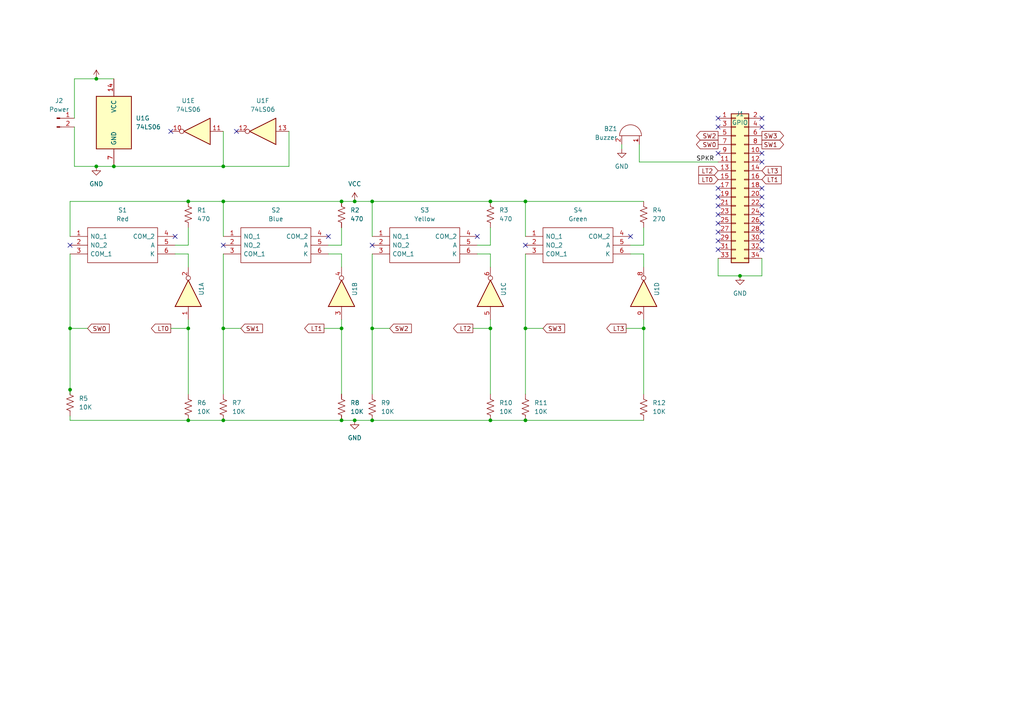
<source format=kicad_sch>
(kicad_sch (version 20230121) (generator eeschema)
  (paper "A4")
  (title_block (title "Disco Memory Game for SDK-85") (date "2023-10-22") (company "Jim Shortz"))
  (lib_symbols
    (symbol "74xx:74LS06" (pin_names (offset 1.016))
      (property "Reference" "U" (at 0 1.27 0))
      (property "Value" "74LS06" (at 0 -1.27 0))
      (symbol "74LS06_1_0"
        (polyline (pts (xy -3.81 3.81) (xy -3.81 -3.81) (xy 3.81 0) (xy -3.81 3.81)) (stroke (width 0.254)) (fill (type background)))
        (pin input line (at -7.62 0 0) (length 3.81) (name "~") (number "1"))
        (pin open_collector inverted (at 7.62 0 180) (length 3.81) (name "~") (number "2"))
      )
      (symbol "74LS06_2_0"
        (polyline (pts (xy -3.81 3.81) (xy -3.81 -3.81) (xy 3.81 0) (xy -3.81 3.81)) (stroke (width 0.254)) (fill (type background)))
        (pin input line (at -7.62 0 0) (length 3.81) (name "~") (number "3"))
        (pin open_collector inverted (at 7.62 0 180) (length 3.81) (name "~") (number "4"))
      )
      (symbol "74LS06_3_0"
        (polyline (pts (xy -3.81 3.81) (xy -3.81 -3.81) (xy 3.81 0) (xy -3.81 3.81)) (stroke (width 0.254)) (fill (type background)))
        (pin input line (at -7.62 0 0) (length 3.81) (name "~") (number "5"))
        (pin open_collector inverted (at 7.62 0 180) (length 3.81) (name "~") (number "6"))
      )
      (symbol "74LS06_4_0"
        (polyline (pts (xy -3.81 3.81) (xy -3.81 -3.81) (xy 3.81 0) (xy -3.81 3.81)) (stroke (width 0.254)) (fill (type background)))
        (pin open_collector inverted (at 7.62 0 180) (length 3.81) (name "~") (number "8"))
        (pin input line (at -7.62 0 0) (length 3.81) (name "~") (number "9"))
      )
      (symbol "74LS06_5_0"
        (polyline (pts (xy -3.81 3.81) (xy -3.81 -3.81) (xy 3.81 0) (xy -3.81 3.81)) (stroke (width 0.254)) (fill (type background)))
        (pin open_collector inverted (at 7.62 0 180) (length 3.81) (name "~") (number "10"))
        (pin input line (at -7.62 0 0) (length 3.81) (name "~") (number "11"))
      )
      (symbol "74LS06_6_0"
        (polyline (pts (xy -3.81 3.81) (xy -3.81 -3.81) (xy 3.81 0) (xy -3.81 3.81)) (stroke (width 0.254)) (fill (type background)))
        (pin open_collector inverted (at 7.62 0 180) (length 3.81) (name "~") (number "12"))
        (pin input line (at -7.62 0 0) (length 3.81) (name "~") (number "13"))
      )
      (symbol "74LS06_7_0"
        (pin power_in line (at 0 12.7 270) (length 5.08) (name "VCC") (number "14"))
        (pin power_in line (at 0 -12.7 90) (length 5.08) (name "GND") (number "7"))
      )
      (symbol "74LS06_7_1"
        (rectangle (start -5.08 7.62) (end 5.08 -7.62) (stroke (width 0.254)) (fill (type background)))
      )
    )
    (symbol "Connector:Conn_01x02_Pin" (pin_names (offset 1.016) hide)
      (property "Reference" "J" (at 0 2.54 0))
      (property "Value" "Conn_01x02_Pin" (at 0 -5.08 0))
      (symbol "Conn_01x02_Pin_1_1"
        (polyline (pts (xy 1.27 -2.54) (xy 0.8636 -2.54)) (stroke (width 0.1524)))
        (polyline (pts (xy 1.27 0) (xy 0.8636 0)) (stroke (width 0.1524)))
        (rectangle (start 0.8636 -2.413) (end 0 -2.667) (stroke (width 0.1524)) (fill (type outline)))
        (rectangle (start 0.8636 0.127) (end 0 -0.127) (stroke (width 0.1524)) (fill (type outline)))
        (pin passive line (at 5.08 0 180) (length 3.81) (name "Pin_1") (number "1"))
        (pin passive line (at 5.08 -2.54 180) (length 3.81) (name "Pin_2") (number "2"))
      )
    )
    (symbol "Connector_Generic:Conn_02x17_Odd_Even" (pin_names (offset 1.016) hide)
      (property "Reference" "J" (at 1.27 22.86 0))
      (property "Value" "Conn_02x17_Odd_Even" (at 1.27 -22.86 0))
      (symbol "Conn_02x17_Odd_Even_1_1"
        (rectangle (start -1.27 -20.193) (end 0 -20.447) (stroke (width 0.1524)))
        (rectangle (start -1.27 -17.653) (end 0 -17.907) (stroke (width 0.1524)))
        (rectangle (start -1.27 -15.113) (end 0 -15.367) (stroke (width 0.1524)))
        (rectangle (start -1.27 -12.573) (end 0 -12.827) (stroke (width 0.1524)))
        (rectangle (start -1.27 -10.033) (end 0 -10.287) (stroke (width 0.1524)))
        (rectangle (start -1.27 -7.493) (end 0 -7.747) (stroke (width 0.1524)))
        (rectangle (start -1.27 -4.953) (end 0 -5.207) (stroke (width 0.1524)))
        (rectangle (start -1.27 -2.413) (end 0 -2.667) (stroke (width 0.1524)))
        (rectangle (start -1.27 0.127) (end 0 -0.127) (stroke (width 0.1524)))
        (rectangle (start -1.27 2.667) (end 0 2.413) (stroke (width 0.1524)))
        (rectangle (start -1.27 5.207) (end 0 4.953) (stroke (width 0.1524)))
        (rectangle (start -1.27 7.747) (end 0 7.493) (stroke (width 0.1524)))
        (rectangle (start -1.27 10.287) (end 0 10.033) (stroke (width 0.1524)))
        (rectangle (start -1.27 12.827) (end 0 12.573) (stroke (width 0.1524)))
        (rectangle (start -1.27 15.367) (end 0 15.113) (stroke (width 0.1524)))
        (rectangle (start -1.27 17.907) (end 0 17.653) (stroke (width 0.1524)))
        (rectangle (start -1.27 20.447) (end 0 20.193) (stroke (width 0.1524)))
        (rectangle (start -1.27 21.59) (end 3.81 -21.59) (stroke (width 0.254)) (fill (type background)))
        (rectangle (start 3.81 -20.193) (end 2.54 -20.447) (stroke (width 0.1524)))
        (rectangle (start 3.81 -17.653) (end 2.54 -17.907) (stroke (width 0.1524)))
        (rectangle (start 3.81 -15.113) (end 2.54 -15.367) (stroke (width 0.1524)))
        (rectangle (start 3.81 -12.573) (end 2.54 -12.827) (stroke (width 0.1524)))
        (rectangle (start 3.81 -10.033) (end 2.54 -10.287) (stroke (width 0.1524)))
        (rectangle (start 3.81 -7.493) (end 2.54 -7.747) (stroke (width 0.1524)))
        (rectangle (start 3.81 -4.953) (end 2.54 -5.207) (stroke (width 0.1524)))
        (rectangle (start 3.81 -2.413) (end 2.54 -2.667) (stroke (width 0.1524)))
        (rectangle (start 3.81 0.127) (end 2.54 -0.127) (stroke (width 0.1524)))
        (rectangle (start 3.81 2.667) (end 2.54 2.413) (stroke (width 0.1524)))
        (rectangle (start 3.81 5.207) (end 2.54 4.953) (stroke (width 0.1524)))
        (rectangle (start 3.81 7.747) (end 2.54 7.493) (stroke (width 0.1524)))
        (rectangle (start 3.81 10.287) (end 2.54 10.033) (stroke (width 0.1524)))
        (rectangle (start 3.81 12.827) (end 2.54 12.573) (stroke (width 0.1524)))
        (rectangle (start 3.81 15.367) (end 2.54 15.113) (stroke (width 0.1524)))
        (rectangle (start 3.81 17.907) (end 2.54 17.653) (stroke (width 0.1524)))
        (rectangle (start 3.81 20.447) (end 2.54 20.193) (stroke (width 0.1524)))
        (pin passive line (at -5.08 20.32 0) (length 3.81) (name "Pin_1") (number "1"))
        (pin passive line (at 7.62 10.16 180) (length 3.81) (name "Pin_10") (number "10"))
        (pin passive line (at -5.08 7.62 0) (length 3.81) (name "Pin_11") (number "11"))
        (pin passive line (at 7.62 7.62 180) (length 3.81) (name "Pin_12") (number "12"))
        (pin passive line (at -5.08 5.08 0) (length 3.81) (name "Pin_13") (number "13"))
        (pin passive line (at 7.62 5.08 180) (length 3.81) (name "Pin_14") (number "14"))
        (pin passive line (at -5.08 2.54 0) (length 3.81) (name "Pin_15") (number "15"))
        (pin passive line (at 7.62 2.54 180) (length 3.81) (name "Pin_16") (number "16"))
        (pin passive line (at -5.08 0 0) (length 3.81) (name "Pin_17") (number "17"))
        (pin passive line (at 7.62 0 180) (length 3.81) (name "Pin_18") (number "18"))
        (pin passive line (at -5.08 -2.54 0) (length 3.81) (name "Pin_19") (number "19"))
        (pin passive line (at 7.62 20.32 180) (length 3.81) (name "Pin_2") (number "2"))
        (pin passive line (at 7.62 -2.54 180) (length 3.81) (name "Pin_20") (number "20"))
        (pin passive line (at -5.08 -5.08 0) (length 3.81) (name "Pin_21") (number "21"))
        (pin passive line (at 7.62 -5.08 180) (length 3.81) (name "Pin_22") (number "22"))
        (pin passive line (at -5.08 -7.62 0) (length 3.81) (name "Pin_23") (number "23"))
        (pin passive line (at 7.62 -7.62 180) (length 3.81) (name "Pin_24") (number "24"))
        (pin passive line (at -5.08 -10.16 0) (length 3.81) (name "Pin_25") (number "25"))
        (pin passive line (at 7.62 -10.16 180) (length 3.81) (name "Pin_26") (number "26"))
        (pin passive line (at -5.08 -12.7 0) (length 3.81) (name "Pin_27") (number "27"))
        (pin passive line (at 7.62 -12.7 180) (length 3.81) (name "Pin_28") (number "28"))
        (pin passive line (at -5.08 -15.24 0) (length 3.81) (name "Pin_29") (number "29"))
        (pin passive line (at -5.08 17.78 0) (length 3.81) (name "Pin_3") (number "3"))
        (pin passive line (at 7.62 -15.24 180) (length 3.81) (name "Pin_30") (number "30"))
        (pin passive line (at -5.08 -17.78 0) (length 3.81) (name "Pin_31") (number "31"))
        (pin passive line (at 7.62 -17.78 180) (length 3.81) (name "Pin_32") (number "32"))
        (pin passive line (at -5.08 -20.32 0) (length 3.81) (name "Pin_33") (number "33"))
        (pin passive line (at 7.62 -20.32 180) (length 3.81) (name "Pin_34") (number "34"))
        (pin passive line (at 7.62 17.78 180) (length 3.81) (name "Pin_4") (number "4"))
        (pin passive line (at -5.08 15.24 0) (length 3.81) (name "Pin_5") (number "5"))
        (pin passive line (at 7.62 15.24 180) (length 3.81) (name "Pin_6") (number "6"))
        (pin passive line (at -5.08 12.7 0) (length 3.81) (name "Pin_7") (number "7"))
        (pin passive line (at 7.62 12.7 180) (length 3.81) (name "Pin_8") (number "8"))
        (pin passive line (at -5.08 10.16 0) (length 3.81) (name "Pin_9") (number "9"))
      )
    )
    (symbol "Device:Buzzer" (pin_names (offset 0.0254) hide)
      (property "Reference" "BZ" (at 3.81 1.27 0))
      (property "Value" "Buzzer" (at 3.81 -1.27 0))
      (symbol "Buzzer_0_1"
        (arc (start 0 -3.175) (mid 3.1612 0) (end 0 3.175))
        (polyline (pts (xy -1.651 1.905) (xy -1.143 1.905)))
        (polyline (pts (xy -1.397 2.159) (xy -1.397 1.651)))
        (polyline (pts (xy 0 3.175) (xy 0 -3.175)))
      )
      (symbol "Buzzer_1_1"
        (pin passive line (at -2.54 2.54 0) (length 2.54) (name "-") (number "1"))
        (pin passive line (at -2.54 -2.54 0) (length 2.54) (name "+") (number "2"))
      )
    )
    (symbol "Device:R_US" (pin_numbers hide) (pin_names (offset 0))
      (property "Reference" "R" (at 2.54 0 90))
      (property "Value" "R_US" (at -2.54 0 90))
      (symbol "R_US_0_1"
        (polyline (pts (xy 0 -2.286) (xy 0 -2.54)))
        (polyline (pts (xy 0 2.286) (xy 0 2.54)))
        (polyline (pts (xy 0 -0.762) (xy 1.016 -1.143) (xy 0 -1.524) (xy -1.016 -1.905) (xy 0 -2.286)))
        (polyline (pts (xy 0 0.762) (xy 1.016 0.381) (xy 0 0) (xy -1.016 -0.381) (xy 0 -0.762)))
        (polyline (pts (xy 0 2.286) (xy 1.016 1.905) (xy 0 1.524) (xy -1.016 1.143) (xy 0 0.762)))
      )
      (symbol "R_US_1_1"
        (pin passive line (at 0 3.81 270) (length 1.27) (name "~") (number "1"))
        (pin passive line (at 0 -3.81 90) (length 1.27) (name "~") (number "2"))
      )
    )
    (symbol "omron:B3W-9002-Y1Y" (pin_names (offset 0.762))
      (property "Reference" "S" (at 26.67 7.62 0))
      (property "Value" "B3W-9002-Y1Y" (at 26.67 5.08 0))
      (symbol "B3W-9002-Y1Y_0_0"
        (pin passive line (at 0 0 0) (length 5.08) (name "NO_1") (number "1"))
        (pin passive line (at 0 -2.54 0) (length 5.08) (name "NO_2") (number "2"))
        (pin passive line (at 0 -5.08 0) (length 5.08) (name "COM_1") (number "3"))
        (pin passive line (at 30.48 0 180) (length 5.08) (name "COM_2") (number "4"))
        (pin passive line (at 30.48 -2.54 180) (length 5.08) (name "A") (number "5"))
        (pin passive line (at 30.48 -5.08 180) (length 5.08) (name "K") (number "6"))
      )
      (symbol "B3W-9002-Y1Y_0_1"
        (polyline (pts (xy 5.08 2.54) (xy 25.4 2.54) (xy 25.4 -7.62) (xy 5.08 -7.62) (xy 5.08 2.54)) (stroke (width 0.1524)))
      )
    )
    (symbol "power:GND" (power) (pin_names (offset 0))
      (property "Value" "GND" (at 0 -3.81 0))
      (symbol "GND_0_1"
        (polyline (pts (xy 0 0) (xy 0 -1.27) (xy 1.27 -1.27) (xy 0 -2.54) (xy -1.27 -1.27) (xy 0 -1.27)))
      )
      (symbol "GND_1_1"
        (pin power_in line (at 0 0 270) (length 0) hide (name "GND") (number "1"))
      )
    )
    (symbol "power:VCC" (power) (pin_names (offset 0))
      (property "Value" "VCC" (at 0 3.81 0))
      (symbol "VCC_0_1"
        (polyline (pts (xy -0.762 1.27) (xy 0 2.54)))
        (polyline (pts (xy 0 0) (xy 0 2.54)))
        (polyline (pts (xy 0 2.54) (xy 0.762 1.27)))
      )
      (symbol "VCC_1_1"
        (pin power_in line (at 0 0 90) (length 0) hide (name "VCC") (number "1"))
      )
    )
  )
  (junction (at 54.61 58.42))
  (junction (at 142.24 58.42))
  (junction (at 107.95 121.92))
  (junction (at 54.61 121.92))
  (junction (at 20.32 113.03))
  (junction (at 152.4 58.42))
  (junction (at 107.95 95.25))
  (junction (at 107.95 58.42))
  (junction (at 64.77 58.42))
  (junction (at 152.4 95.25))
  (junction (at 33.02 48.26))
  (junction (at 102.87 58.42))
  (junction (at 27.94 48.26))
  (junction (at 27.94 22.86))
  (junction (at 64.77 95.25))
  (junction (at 20.32 95.25))
  (junction (at 64.77 121.92))
  (junction (at 99.06 121.92))
  (junction (at 142.24 121.92))
  (junction (at 186.69 95.25))
  (junction (at 99.06 58.42))
  (junction (at 99.06 95.25))
  (junction (at 102.87 121.92))
  (junction (at 64.77 48.26))
  (junction (at 152.4 121.92))
  (junction (at 142.24 95.25))
  (junction (at 214.63 80.01))
  (junction (at 54.61 95.25))
  (no_connect (at 220.98 57.15))
  (no_connect (at 20.32 71.12))
  (no_connect (at 208.28 34.29))
  (no_connect (at 208.28 72.39))
  (no_connect (at 220.98 69.85))
  (no_connect (at 49.53 38.1))
  (no_connect (at 208.28 36.83))
  (no_connect (at 220.98 59.69))
  (no_connect (at 138.43 68.58))
  (no_connect (at 95.25 68.58))
  (no_connect (at 208.28 57.15))
  (no_connect (at 220.98 46.99))
  (no_connect (at 220.98 64.77))
  (no_connect (at 68.58 38.1))
  (no_connect (at 220.98 67.31))
  (no_connect (at 208.28 69.85))
  (no_connect (at 208.28 59.69))
  (no_connect (at 182.88 68.58))
  (no_connect (at 220.98 34.29))
  (no_connect (at 220.98 54.61))
  (no_connect (at 208.28 54.61))
  (no_connect (at 220.98 36.83))
  (no_connect (at 64.77 71.12))
  (no_connect (at 50.8 68.58))
  (no_connect (at 220.98 44.45))
  (no_connect (at 107.95 71.12))
  (no_connect (at 208.28 44.45))
  (no_connect (at 208.28 64.77))
  (no_connect (at 208.28 67.31))
  (no_connect (at 208.28 62.23))
  (no_connect (at 152.4 71.12))
  (no_connect (at 220.98 62.23))
  (no_connect (at 220.98 72.39))
  (wire (pts (xy 54.61 121.92) (xy 64.77 121.92)))
  (wire (pts (xy 138.43 71.12) (xy 142.24 71.12)))
  (wire (pts (xy 21.59 34.29) (xy 21.59 22.86)))
  (wire (pts (xy 99.06 71.12) (xy 99.06 66.04)))
  (wire (pts (xy 208.28 80.01) (xy 214.63 80.01)))
  (wire (pts (xy 21.59 48.26) (xy 27.94 48.26)))
  (wire (pts (xy 220.98 80.01) (xy 220.98 74.93)))
  (wire (pts (xy 21.59 22.86) (xy 27.94 22.86)))
  (wire (pts (xy 54.61 77.47) (xy 54.61 73.66)))
  (wire (pts (xy 185.42 46.99) (xy 208.28 46.99)))
  (wire (pts (xy 64.77 95.25) (xy 64.77 114.3)))
  (wire (pts (xy 54.61 95.25) (xy 54.61 114.3)))
  (wire (pts (xy 99.06 121.92) (xy 102.87 121.92)))
  (wire (pts (xy 137.16 95.25) (xy 142.24 95.25)))
  (wire (pts (xy 20.32 68.58) (xy 20.32 58.42)))
  (wire (pts (xy 20.32 121.92) (xy 54.61 121.92)))
  (wire (pts (xy 64.77 121.92) (xy 99.06 121.92)))
  (wire (pts (xy 186.69 95.25) (xy 186.69 114.3)))
  (wire (pts (xy 49.53 95.25) (xy 54.61 95.25)))
  (wire (pts (xy 186.69 73.66) (xy 186.69 77.47)))
  (wire (pts (xy 64.77 38.1) (xy 64.77 48.26)))
  (wire (pts (xy 138.43 73.66) (xy 142.24 73.66)))
  (wire (pts (xy 152.4 73.66) (xy 152.4 95.25)))
  (wire (pts (xy 64.77 48.26) (xy 83.82 48.26)))
  (wire (pts (xy 93.98 95.25) (xy 99.06 95.25)))
  (wire (pts (xy 180.34 41.91) (xy 180.34 43.18)))
  (wire (pts (xy 182.88 71.12) (xy 186.69 71.12)))
  (wire (pts (xy 50.8 73.66) (xy 54.61 73.66)))
  (wire (pts (xy 152.4 95.25) (xy 152.4 114.3)))
  (wire (pts (xy 142.24 71.12) (xy 142.24 66.04)))
  (wire (pts (xy 107.95 58.42) (xy 107.95 68.58)))
  (wire (pts (xy 142.24 121.92) (xy 152.4 121.92)))
  (wire (pts (xy 99.06 95.25) (xy 99.06 114.3)))
  (wire (pts (xy 27.94 22.86) (xy 33.02 22.86)))
  (wire (pts (xy 99.06 58.42) (xy 102.87 58.42)))
  (wire (pts (xy 20.32 58.42) (xy 54.61 58.42)))
  (wire (pts (xy 107.95 121.92) (xy 142.24 121.92)))
  (wire (pts (xy 50.8 71.12) (xy 54.61 71.12)))
  (wire (pts (xy 186.69 92.71) (xy 186.69 95.25)))
  (wire (pts (xy 64.77 95.25) (xy 69.85 95.25)))
  (wire (pts (xy 181.61 95.25) (xy 186.69 95.25)))
  (wire (pts (xy 107.95 95.25) (xy 107.95 114.3)))
  (wire (pts (xy 54.61 66.04) (xy 54.61 71.12)))
  (wire (pts (xy 21.59 36.83) (xy 21.59 48.26)))
  (wire (pts (xy 20.32 113.03) (xy 20.32 114.3)))
  (wire (pts (xy 142.24 58.42) (xy 152.4 58.42)))
  (wire (pts (xy 20.32 73.66) (xy 20.32 95.25)))
  (wire (pts (xy 182.88 73.66) (xy 186.69 73.66)))
  (wire (pts (xy 185.42 41.91) (xy 185.42 46.99)))
  (wire (pts (xy 107.95 58.42) (xy 142.24 58.42)))
  (wire (pts (xy 208.28 74.93) (xy 208.28 80.01)))
  (wire (pts (xy 102.87 121.92) (xy 107.95 121.92)))
  (wire (pts (xy 33.02 48.26) (xy 64.77 48.26)))
  (wire (pts (xy 20.32 95.25) (xy 25.4 95.25)))
  (wire (pts (xy 95.25 71.12) (xy 99.06 71.12)))
  (wire (pts (xy 95.25 73.66) (xy 99.06 73.66)))
  (wire (pts (xy 186.69 71.12) (xy 186.69 66.04)))
  (wire (pts (xy 152.4 121.92) (xy 186.69 121.92)))
  (wire (pts (xy 107.95 95.25) (xy 113.03 95.25)))
  (wire (pts (xy 107.95 73.66) (xy 107.95 95.25)))
  (wire (pts (xy 152.4 95.25) (xy 157.48 95.25)))
  (wire (pts (xy 142.24 95.25) (xy 142.24 114.3)))
  (wire (pts (xy 99.06 73.66) (xy 99.06 77.47)))
  (wire (pts (xy 214.63 80.01) (xy 220.98 80.01)))
  (wire (pts (xy 83.82 48.26) (xy 83.82 38.1)))
  (wire (pts (xy 142.24 73.66) (xy 142.24 77.47)))
  (wire (pts (xy 64.77 58.42) (xy 64.77 68.58)))
  (wire (pts (xy 27.94 48.26) (xy 33.02 48.26)))
  (wire (pts (xy 54.61 92.71) (xy 54.61 95.25)))
  (wire (pts (xy 20.32 95.25) (xy 20.32 113.03)))
  (wire (pts (xy 142.24 92.71) (xy 142.24 95.25)))
  (wire (pts (xy 54.61 58.42) (xy 64.77 58.42)))
  (wire (pts (xy 102.87 58.42) (xy 107.95 58.42)))
  (wire (pts (xy 152.4 58.42) (xy 186.69 58.42)))
  (wire (pts (xy 64.77 73.66) (xy 64.77 95.25)))
  (wire (pts (xy 152.4 58.42) (xy 152.4 68.58)))
  (wire (pts (xy 99.06 92.71) (xy 99.06 95.25)))
  (wire (pts (xy 64.77 58.42) (xy 99.06 58.42)))
  (wire (pts (xy 20.32 120.65) (xy 20.32 121.92)))
  (label "SPKR" (at 201.93 46.99 0))
  (global_label "LT0" (shape output) (at 49.53 95.25 180) (property "Intersheetrefs" "${INTERSHEET_REFS}" (effects hide)))
  (global_label "SW2" (shape input) (at 113.03 95.25 0) (property "Intersheetrefs" "${INTERSHEET_REFS}" (effects hide)))
  (global_label "SW3" (shape output) (at 220.98 39.37 0) (property "Intersheetrefs" "${INTERSHEET_REFS}" (effects hide)))
  (global_label "SW1" (shape input) (at 69.85 95.25 0) (property "Intersheetrefs" "${INTERSHEET_REFS}" (effects hide)))
  (global_label "SW1" (shape output) (at 220.98 41.91 0) (property "Intersheetrefs" "${INTERSHEET_REFS}" (effects hide)))
  (global_label "LT0" (shape input) (at 208.28 52.07 180) (property "Intersheetrefs" "${INTERSHEET_REFS}" (effects hide)))
  (global_label "LT2" (shape output) (at 137.16 95.25 180) (property "Intersheetrefs" "${INTERSHEET_REFS}" (effects hide)))
  (global_label "LT2" (shape input) (at 208.28 49.53 180) (property "Intersheetrefs" "${INTERSHEET_REFS}" (effects hide)))
  (global_label "SW3" (shape input) (at 157.48 95.25 0) (property "Intersheetrefs" "${INTERSHEET_REFS}" (effects hide)))
  (global_label "SW0" (shape input) (at 25.4 95.25 0) (property "Intersheetrefs" "${INTERSHEET_REFS}" (effects hide)))
  (global_label "LT3" (shape output) (at 181.61 95.25 180) (property "Intersheetrefs" "${INTERSHEET_REFS}" (effects hide)))
  (global_label "LT1" (shape output) (at 93.98 95.25 180) (property "Intersheetrefs" "${INTERSHEET_REFS}" (effects hide)))
  (global_label "LT1" (shape input) (at 220.98 52.07 0) (property "Intersheetrefs" "${INTERSHEET_REFS}" (effects hide)))
  (global_label "SW2" (shape output) (at 208.28 39.37 180) (property "Intersheetrefs" "${INTERSHEET_REFS}" (effects hide)))
  (global_label "SW0" (shape output) (at 208.28 41.91 180) (property "Intersheetrefs" "${INTERSHEET_REFS}" (effects hide)))
  (global_label "LT3" (shape input) (at 220.98 49.53 0) (property "Intersheetrefs" "${INTERSHEET_REFS}" (effects hide)))
  (symbol (lib_id "power:GND") (at 102.87 121.92 0) (unit 1)
    (property "Reference" "#PWR04" (effects hide))
    (property "Value" "GND" (at 102.87 127 0))
  )
  (symbol (lib_id "Device:R_US") (at 64.77 118.11 0) (unit 1)
    (property "Reference" "R7" (at 67.31 116.84 0) (effects (justify left)))
    (property "Value" "10K" (at 67.31 119.38 0) (effects (justify left)))
    (property "Footprint" "Resistor_THT:R_Axial_DIN0207_L6.3mm_D2.5mm_P10.16mm_Horizontal" (effects hide))
    (property "Description" "1/4W resistor" (effects hide))
    (property "Manufacturer_Name" "TE Connectivity" (effects hide))
    (property "Manufacturer_Part_Number" "CFR16J10K" (effects hide))
    (property "Mouser Part Number" "279-CFR16J10K" (effects hide))
    (property "Mouser Price/Stock" "https://www.mouser.com/ProductDetail/TE-Connectivity-Holsworthy/CFR16J10K?qs=DDevMFOh4stlXgYmKQsM0g%3D%3D" (effects hide))
  )
  (symbol (lib_id "Device:R_US") (at 152.4 118.11 0) (unit 1)
    (property "Reference" "R11" (at 154.94 116.84 0) (effects (justify left)))
    (property "Value" "10K" (at 154.94 119.38 0) (effects (justify left)))
    (property "Footprint" "Resistor_THT:R_Axial_DIN0207_L6.3mm_D2.5mm_P10.16mm_Horizontal" (effects hide))
    (property "Description" "1/4W resistor" (effects hide))
    (property "Manufacturer_Name" "TE Connectivity" (effects hide))
    (property "Manufacturer_Part_Number" "CFR16J10K" (effects hide))
    (property "Mouser Part Number" "279-CFR16J10K" (effects hide))
    (property "Mouser Price/Stock" "https://www.mouser.com/ProductDetail/TE-Connectivity-Holsworthy/CFR16J10K?qs=DDevMFOh4stlXgYmKQsM0g%3D%3D" (effects hide))
  )
  (symbol (lib_id "omron:B3W-9002-Y1Y") (at 152.4 68.58 0) (unit 1)
    (property "Reference" "S4" (at 167.64 60.96 0))
    (property "Value" "Green" (at 167.64 63.5 0))
    (property "Footprint" "parts:B3W9002Y1Y" (effects hide))
    (property "Datasheet" "https://omronfs.omron.com/en_US/ecb/products/pdf/en-b3w-9.pdf" (effects hide))
    (property "Description" "Tactile Switches HF Green LED Yellow Cap" (effects hide))
    (property "Height" "11.4" (effects hide))
    (property "Manufacturer_Name" "Omron Electronics" (effects hide))
    (property "Manufacturer_Part_Number" "B3W-9002-Y1Y" (effects hide))
    (property "Mouser Part Number" "653-B3W-9002-Y1Y" (effects hide))
    (property "Mouser Price/Stock" "https://www.mouser.com/Search/Refine.aspx?Keyword=653-B3W-9002-Y1Y" (effects hide))
  )
  (symbol (lib_id "Connector:Conn_01x02_Pin") (at 16.51 34.29 0) (unit 1)
    (property "Reference" "J2" (at 17.145 29.21 0))
    (property "Value" "Power" (at 17.145 31.75 0))
    (property "Footprint" "Connector_PinHeader_2.54mm:PinHeader_1x02_P2.54mm_Vertical" (effects hide))
    (property "Manufacturer_Name" "TE Connectivity" (effects hide))
    (property "Manufacturer_Part_Number" "5-146282-2" (effects hide))
    (property "Mouser Part Number" "571-5-146282-2" (effects hide))
    (property "Mouser Price/Stock" "https://www.mouser.com/ProductDetail/TE-Connectivity/5-146282-2?qs=VJiV0ukI%252BQgxg678iii9%252Bg%3D%3D" (effects hide))
    (property "Description" "36 pin IDC socket" (effects hide))
  )
  (symbol (lib_id "74xx:74LS06") (at 76.2 38.1 180) (unit 6)
    (property "Reference" "U1" (at 76.2 29.21 0))
    (property "Value" "74LS06" (at 76.2 31.75 0))
    (property "Footprint" "Package_DIP:DIP-14_W7.62mm" (effects hide))
    (property "Datasheet" "http://www.ti.com/lit/gpn/sn74LS06" (effects hide))
    (property "Manufacturer_Name" "Texas Instruments" (effects hide))
    (property "Manufacturer_Part_Number" "SN74LS06N" (effects hide))
    (property "Mouser Part Number" "595-SN74LS06N" (effects hide))
    (property "Mouser Price/Stock" "https://www.mouser.com/ProductDetail/Texas-Instruments/SN74LS06N?qs=SL3LIuy2dWxveuP53QjSSQ%3D%3D" (effects hide))
    (property "Description" "Hex inverter/driver" (effects hide))
  )
  (symbol (lib_id "74xx:74LS06") (at 142.24 85.09 90) (unit 3)
    (property "Reference" "U1" (at 146.05 83.82 0))
    (property "Value" "74LS06" (effects hide))
    (property "Footprint" "Package_DIP:DIP-14_W7.62mm" (effects hide))
    (property "Datasheet" "http://www.ti.com/lit/gpn/sn74LS06" (effects hide))
    (property "Manufacturer_Name" "Texas Instruments" (effects hide))
    (property "Manufacturer_Part_Number" "SN74LS06N" (effects hide))
    (property "Mouser Part Number" "595-SN74LS06N" (effects hide))
    (property "Mouser Price/Stock" "https://www.mouser.com/ProductDetail/Texas-Instruments/SN74LS06N?qs=SL3LIuy2dWxveuP53QjSSQ%3D%3D" (effects hide))
    (property "Description" "Hex inverter/driver" (effects hide))
  )
  (symbol (lib_id "Device:R_US") (at 54.61 62.23 0) (unit 1)
    (property "Reference" "R1" (at 57.15 60.96 0) (effects (justify left)))
    (property "Value" "470" (at 57.15 63.5 0) (effects (justify left)))
    (property "Footprint" "Resistor_THT:R_Axial_DIN0207_L6.3mm_D2.5mm_P10.16mm_Horizontal" (effects hide))
    (property "Description" "1/4W resistor" (effects hide))
    (property "Manufacturer_Name" "TE Connectivity" (effects hide))
    (property "Manufacturer_Part_Number" "CFR16J470R" (effects hide))
    (property "Mouser Part Number" "279-CFR16J470R" (effects hide))
    (property "Mouser Price/Stock" "https://www.mouser.com/ProductDetail/TE-Connectivity-Holsworthy/CFR16J470R?qs=DDevMFOh4ssf%252BheOQ8IrKw%3D%3D" (effects hide))
  )
  (symbol (lib_id "Device:R_US") (at 54.61 118.11 0) (unit 1)
    (property "Reference" "R6" (at 57.15 116.84 0) (effects (justify left)))
    (property "Value" "10K" (at 57.15 119.38 0) (effects (justify left)))
    (property "Footprint" "Resistor_THT:R_Axial_DIN0207_L6.3mm_D2.5mm_P10.16mm_Horizontal" (effects hide))
    (property "Description" "1/4W resistor" (effects hide))
    (property "Manufacturer_Name" "TE Connectivity" (effects hide))
    (property "Manufacturer_Part_Number" "CFR16J10K" (effects hide))
    (property "Mouser Part Number" "279-CFR16J10K" (effects hide))
    (property "Mouser Price/Stock" "https://www.mouser.com/ProductDetail/TE-Connectivity-Holsworthy/CFR16J10K?qs=DDevMFOh4stlXgYmKQsM0g%3D%3D" (effects hide))
  )
  (symbol (lib_id "power:GND") (at 214.63 80.01 0) (unit 1)
    (property "Reference" "#PWR03" (effects hide))
    (property "Value" "GND" (at 214.63 85.09 0))
  )
  (symbol (lib_id "Device:R_US") (at 186.69 118.11 0) (unit 1)
    (property "Reference" "R12" (at 189.23 116.84 0) (effects (justify left)))
    (property "Value" "10K" (at 189.23 119.38 0) (effects (justify left)))
    (property "Footprint" "Resistor_THT:R_Axial_DIN0207_L6.3mm_D2.5mm_P10.16mm_Horizontal" (effects hide))
    (property "Description" "1/4W resistor" (effects hide))
    (property "Manufacturer_Name" "TE Connectivity" (effects hide))
    (property "Manufacturer_Part_Number" "CFR16J10K" (effects hide))
    (property "Mouser Part Number" "279-CFR16J10K" (effects hide))
    (property "Mouser Price/Stock" "https://www.mouser.com/ProductDetail/TE-Connectivity-Holsworthy/CFR16J10K?qs=DDevMFOh4stlXgYmKQsM0g%3D%3D" (effects hide))
  )
  (symbol (lib_id "power:VCC") (at 102.87 58.42 0) (unit 1)
    (property "Reference" "#PWR02" (effects hide))
    (property "Value" "VCC" (at 102.87 53.34 0))
  )
  (symbol (lib_id "omron:B3W-9002-Y1Y") (at 107.95 68.58 0) (unit 1)
    (property "Reference" "S3" (at 123.19 60.96 0))
    (property "Value" "Yellow" (at 123.19 63.5 0))
    (property "Footprint" "parts:B3W9002Y1Y" (effects hide))
    (property "Datasheet" "https://omronfs.omron.com/en_US/ecb/products/pdf/en-b3w-9.pdf" (effects hide))
    (property "Description" "Tactile Switches HF Yellow LED Yellow Cap" (effects hide))
    (property "Height" "11.4" (effects hide))
    (property "Manufacturer_Name" "Omron Electronics" (effects hide))
    (property "Manufacturer_Part_Number" "B3W-9002-Y1Y" (effects hide))
    (property "Mouser Part Number" "653-B3W-9002-Y1Y" (effects hide))
    (property "Mouser Price/Stock" "https://www.mouser.com/Search/Refine.aspx?Keyword=653-B3W-9002-Y1Y" (effects hide))
  )
  (symbol (lib_id "Device:R_US") (at 142.24 118.11 0) (unit 1)
    (property "Reference" "R10" (at 144.78 116.84 0) (effects (justify left)))
    (property "Value" "10K" (at 144.78 119.38 0) (effects (justify left)))
    (property "Footprint" "Resistor_THT:R_Axial_DIN0207_L6.3mm_D2.5mm_P10.16mm_Horizontal" (effects hide))
    (property "Description" "1/4W resistor" (effects hide))
    (property "Manufacturer_Name" "TE Connectivity" (effects hide))
    (property "Manufacturer_Part_Number" "CFR16J10K" (effects hide))
    (property "Mouser Part Number" "279-CFR16J10K" (effects hide))
    (property "Mouser Price/Stock" "https://www.mouser.com/ProductDetail/TE-Connectivity-Holsworthy/CFR16J10K?qs=DDevMFOh4stlXgYmKQsM0g%3D%3D" (effects hide))
  )
  (symbol (lib_id "Device:R_US") (at 142.24 62.23 0) (unit 1)
    (property "Reference" "R3" (at 144.78 60.96 0) (effects (justify left)))
    (property "Value" "470" (at 144.78 63.5 0) (effects (justify left)))
    (property "Footprint" "Resistor_THT:R_Axial_DIN0207_L6.3mm_D2.5mm_P10.16mm_Horizontal" (effects hide))
    (property "Manufacturer_Name" "TE Connectivity" (effects hide))
    (property "Manufacturer_Part_Number" "CFR16J470R" (effects hide))
    (property "Mouser Part Number" "279-CFR16J470R" (effects hide))
    (property "Mouser Price/Stock" "https://www.mouser.com/ProductDetail/TE-Connectivity-Holsworthy/CFR16J470R?qs=DDevMFOh4ssf%252BheOQ8IrKw%3D%3D" (effects hide))
    (property "Description" "1/4W resistor" (effects hide))
  )
  (symbol (lib_id "Device:R_US") (at 107.95 118.11 0) (unit 1)
    (property "Reference" "R9" (at 110.49 116.84 0) (effects (justify left)))
    (property "Value" "10K" (at 110.49 119.38 0) (effects (justify left)))
    (property "Footprint" "Resistor_THT:R_Axial_DIN0207_L6.3mm_D2.5mm_P10.16mm_Horizontal" (effects hide))
    (property "Description" "1/4W resistor" (effects hide))
    (property "Manufacturer_Name" "TE Connectivity" (effects hide))
    (property "Manufacturer_Part_Number" "CFR16J10K" (effects hide))
    (property "Mouser Part Number" "279-CFR16J10K" (effects hide))
    (property "Mouser Price/Stock" "https://www.mouser.com/ProductDetail/TE-Connectivity-Holsworthy/CFR16J10K?qs=DDevMFOh4stlXgYmKQsM0g%3D%3D" (effects hide))
  )
  (symbol (lib_id "74xx:74LS06") (at 186.69 85.09 90) (unit 4)
    (property "Reference" "U1" (at 190.5 83.82 0))
    (property "Value" "74LS06" (effects hide))
    (property "Footprint" "Package_DIP:DIP-14_W7.62mm" (effects hide))
    (property "Datasheet" "http://www.ti.com/lit/gpn/sn74LS06" (effects hide))
    (property "Manufacturer_Name" "Texas Instruments" (effects hide))
    (property "Manufacturer_Part_Number" "SN74LS06N" (effects hide))
    (property "Mouser Part Number" "595-SN74LS06N" (effects hide))
    (property "Mouser Price/Stock" "https://www.mouser.com/ProductDetail/Texas-Instruments/SN74LS06N?qs=SL3LIuy2dWxveuP53QjSSQ%3D%3D" (effects hide))
    (property "Description" "Hex inverter/driver" (effects hide))
  )
  (symbol (lib_id "Device:R_US") (at 99.06 62.23 0) (unit 1)
    (property "Reference" "R2" (at 101.6 60.96 0) (effects (justify left)))
    (property "Value" "470" (at 101.6 63.5 0) (effects (justify left)))
    (property "Footprint" "Resistor_THT:R_Axial_DIN0207_L6.3mm_D2.5mm_P10.16mm_Horizontal" (effects hide))
    (property "Description" "1/4W resistor" (effects hide))
    (property "Manufacturer_Name" "TE Connectivity" (effects hide))
    (property "Manufacturer_Part_Number" "CFR16J470R" (effects hide))
    (property "Mouser Part Number" "279-CFR16J470R" (effects hide))
    (property "Mouser Price/Stock" "https://www.mouser.com/ProductDetail/TE-Connectivity-Holsworthy/CFR16J470R?qs=DDevMFOh4ssf%252BheOQ8IrKw%3D%3D" (effects hide))
  )
  (symbol (lib_id "omron:B3W-9002-Y1Y") (at 20.32 68.58 0) (unit 1)
    (property "Reference" "S1" (at 35.56 60.96 0))
    (property "Value" "Red" (at 35.56 63.5 0))
    (property "Footprint" "parts:B3W9002Y1Y" (effects hide))
    (property "Datasheet" "https://omronfs.omron.com/en_US/ecb/products/pdf/en-b3w-9.pdf" (effects hide))
    (property "Description" "Tactile Switches HF Red LED Yellow Cap" (effects hide))
    (property "Height" "11.4" (effects hide))
    (property "Manufacturer_Name" "Omron Electronics" (effects hide))
    (property "Manufacturer_Part_Number" "B3W-9002-Y1Y" (effects hide))
    (property "Mouser Part Number" "653-B3W-9002-Y1Y" (effects hide))
    (property "Mouser Price/Stock" "https://www.mouser.com/Search/Refine.aspx?Keyword=653-B3W-9002-Y1Y" (effects hide))
  )
  (symbol (lib_id "74xx:74LS06") (at 99.06 85.09 90) (unit 2)
    (property "Reference" "U1" (at 102.87 83.82 0))
    (property "Value" "74LS06" (effects hide))
    (property "Footprint" "Package_DIP:DIP-14_W7.62mm" (effects hide))
    (property "Datasheet" "http://www.ti.com/lit/gpn/sn74LS06" (effects hide))
    (property "Manufacturer_Name" "Texas Instruments" (effects hide))
    (property "Manufacturer_Part_Number" "SN74LS06N" (effects hide))
    (property "Mouser Part Number" "595-SN74LS06N" (effects hide))
    (property "Mouser Price/Stock" "https://www.mouser.com/ProductDetail/Texas-Instruments/SN74LS06N?qs=SL3LIuy2dWxveuP53QjSSQ%3D%3D" (effects hide))
    (property "Description" "Hex inverter/driver" (effects hide))
  )
  (symbol (lib_id "74xx:74LS06") (at 33.02 35.56 0) (unit 7)
    (property "Reference" "U1" (at 39.37 34.29 0) (effects (justify left)))
    (property "Value" "74LS06" (at 39.37 36.83 0) (effects (justify left)))
    (property "Footprint" "Package_DIP:DIP-14_W7.62mm" (effects hide))
    (property "Datasheet" "http://www.ti.com/lit/gpn/sn74LS06" (effects hide))
    (property "Manufacturer_Name" "Texas Instruments" (effects hide))
    (property "Manufacturer_Part_Number" "SN74LS06N" (effects hide))
    (property "Mouser Part Number" "595-SN74LS06N" (effects hide))
    (property "Mouser Price/Stock" "https://www.mouser.com/ProductDetail/Texas-Instruments/SN74LS06N?qs=SL3LIuy2dWxveuP53QjSSQ%3D%3D" (effects hide))
    (property "Description" "Hex inverter/driver" (effects hide))
  )
  (symbol (lib_id "power:VCC") (at 27.94 22.86 0) (unit 1)
    (property "Reference" "#PWR05" (effects hide))
    (property "Value" "VCC" (effects hide))
  )
  (symbol (lib_id "Device:R_US") (at 186.69 62.23 0) (unit 1)
    (property "Reference" "R4" (at 189.23 60.96 0) (effects (justify left)))
    (property "Value" "270" (at 189.23 63.5 0) (effects (justify left)))
    (property "Footprint" "Resistor_THT:R_Axial_DIN0207_L6.3mm_D2.5mm_P10.16mm_Horizontal" (effects hide))
    (property "Manufacturer_Name" "TE Connectivity" (effects hide))
    (property "Manufacturer_Part_Number" "CFR16J270R" (effects hide))
    (property "Mouser Part Number" "279-CFR16J270R" (effects hide))
    (property "Mouser Price/Stock" "https://www.mouser.com/ProductDetail/TE-Connectivity-AMP/CFR16J270R?qs=8G8kQhBkhGjcoU0N18ASfQ%3D%3D" (effects hide))
    (property "Description" "1/4W resistor" (effects hide))
  )
  (symbol (lib_id "power:GND") (at 180.34 43.18 0) (unit 1)
    (property "Reference" "#PWR01" (effects hide))
    (property "Value" "GND" (at 180.34 48.26 0))
  )
  (symbol (lib_id "74xx:74LS06") (at 57.15 38.1 180) (unit 5)
    (property "Reference" "U1" (at 54.61 29.21 0))
    (property "Value" "74LS06" (at 54.61 31.75 0))
    (property "Footprint" "Package_DIP:DIP-14_W7.62mm" (effects hide))
    (property "Datasheet" "http://www.ti.com/lit/gpn/sn74LS06" (effects hide))
    (property "Manufacturer_Name" "Texas Instruments" (effects hide))
    (property "Manufacturer_Part_Number" "SN74LS06N" (effects hide))
    (property "Mouser Part Number" "595-SN74LS06N" (effects hide))
    (property "Mouser Price/Stock" "https://www.mouser.com/ProductDetail/Texas-Instruments/SN74LS06N?qs=SL3LIuy2dWxveuP53QjSSQ%3D%3D" (effects hide))
    (property "Description" "Hex inverter/driver" (effects hide))
  )
  (symbol (lib_id "Connector_Generic:Conn_02x17_Odd_Even") (at 213.36 54.61 0) (unit 1)
    (property "Reference" "J1" (at 214.63 33.02 0))
    (property "Value" "GPIO" (at 214.63 35.56 0))
    (property "Footprint" "Connector_PinSocket_2.54mm:PinSocket_2x17_P2.54mm_Vertical" (effects hide))
    (property "Mouser Price/Stock" "https://www.mouser.com/ProductDetail/571-15342067" (effects hide))
    (property "Mouser Part Number" "571-15342067" (effects hide))
    (property "Manufacturer_Name" "TE Connectivity" (effects hide))
    (property "Manufacturer_Part_Number" "1-534206-7" (effects hide))
    (property "Description" "2 position pin header" (effects hide))
  )
  (symbol (lib_id "power:GND") (at 27.94 48.26 0) (unit 1)
    (property "Reference" "#PWR06" (effects hide))
    (property "Value" "GND" (at 27.94 53.34 0))
  )
  (symbol (lib_id "Device:R_US") (at 99.06 118.11 0) (unit 1)
    (property "Reference" "R8" (at 101.6 116.84 0) (effects (justify left)))
    (property "Value" "10K" (at 101.6 119.38 0) (effects (justify left)))
    (property "Footprint" "Resistor_THT:R_Axial_DIN0207_L6.3mm_D2.5mm_P10.16mm_Horizontal" (effects hide))
    (property "Description" "1/4W resistor" (effects hide))
    (property "Manufacturer_Name" "TE Connectivity" (effects hide))
    (property "Manufacturer_Part_Number" "CFR16J10K" (effects hide))
    (property "Mouser Part Number" "279-CFR16J10K" (effects hide))
    (property "Mouser Price/Stock" "https://www.mouser.com/ProductDetail/TE-Connectivity-Holsworthy/CFR16J10K?qs=DDevMFOh4stlXgYmKQsM0g%3D%3D" (effects hide))
  )
  (symbol (lib_id "74xx:74LS06") (at 54.61 85.09 90) (unit 1)
    (property "Reference" "U1" (at 58.42 83.82 0))
    (property "Value" "74LS06" (effects hide))
    (property "Footprint" "Package_DIP:DIP-14_W7.62mm" (effects hide))
    (property "Datasheet" "http://www.ti.com/lit/gpn/sn74LS06" (effects hide))
    (property "Manufacturer_Name" "Texas Instruments" (effects hide))
    (property "Manufacturer_Part_Number" "SN74LS06N" (effects hide))
    (property "Mouser Part Number" "595-SN74LS06N" (effects hide))
    (property "Mouser Price/Stock" "https://www.mouser.com/ProductDetail/Texas-Instruments/SN74LS06N?qs=SL3LIuy2dWxveuP53QjSSQ%3D%3D" (effects hide))
    (property "Description" "Hex inverter/driver" (effects hide))
  )
  (symbol (lib_id "Device:R_US") (at 20.32 116.84 0) (unit 1)
    (property "Reference" "R5" (at 22.86 115.57 0) (effects (justify left)))
    (property "Value" "10K" (at 22.86 118.11 0) (effects (justify left)))
    (property "Footprint" "Resistor_THT:R_Axial_DIN0207_L6.3mm_D2.5mm_P10.16mm_Horizontal" (effects hide))
    (property "Manufacturer_Name" "TE Connectivity" (effects hide))
    (property "Manufacturer_Part_Number" "CFR16J10K" (effects hide))
    (property "Mouser Part Number" "279-CFR16J10K" (effects hide))
    (property "Mouser Price/Stock" "https://www.mouser.com/ProductDetail/TE-Connectivity-Holsworthy/CFR16J10K?qs=DDevMFOh4stlXgYmKQsM0g%3D%3D" (effects hide))
    (property "Description" "1/4W resistor" (effects hide))
  )
  (symbol (lib_id "Device:Buzzer") (at 182.88 39.37 270) (mirror x) (unit 1)
    (property "Reference" "BZ1" (at 179.07 37.3449 90) (effects (justify right)))
    (property "Value" "Buzzer" (at 179.07 39.8849 90) (effects (justify right)))
    (property "Footprint" "parts:XDCR_AT-1438-TWT-R" (effects hide))
    (property "Manufacturer_Name" "PUI Audio" (effects hide))
    (property "Manufacturer_Part_Number" "AT-1438-TWT-R" (effects hide))
    (property "Mouser Part Number" "665-AT-1438TWTR" (effects hide))
    (property "Mouser Price/Stock" "https://www.mouser.com/ProductDetail/PUI-Audio/AT-1438-TWT-R?qs=49157WxD7wnIcohqDuw2bw%3D%3D" (effects hide))
    (property "Description" "Piezo buzzer" (effects hide))
  )
  (symbol (lib_id "omron:B3W-9002-Y1Y") (at 64.77 68.58 0) (unit 1)
    (property "Reference" "S2" (at 80.01 60.96 0))
    (property "Value" "Blue" (at 80.01 63.5 0))
    (property "Footprint" "parts:B3W9002Y1Y" (effects hide))
    (property "Datasheet" "https://omronfs.omron.com/en_US/ecb/products/pdf/en-b3w-9.pdf" (effects hide))
    (property "Description" "Tactile Switches HF Blue LED Yellow Cap" (effects hide))
    (property "Height" "11.4" (effects hide))
    (property "Manufacturer_Name" "Omron Electronics" (effects hide))
    (property "Manufacturer_Part_Number" "B3W-9002-Y1Y" (effects hide))
    (property "Mouser Part Number" "653-B3W-9002-Y1Y" (effects hide))
    (property "Mouser Price/Stock" "https://www.mouser.com/Search/Refine.aspx?Keyword=653-B3W-9002-Y1Y" (effects hide))
  )
)
</source>
